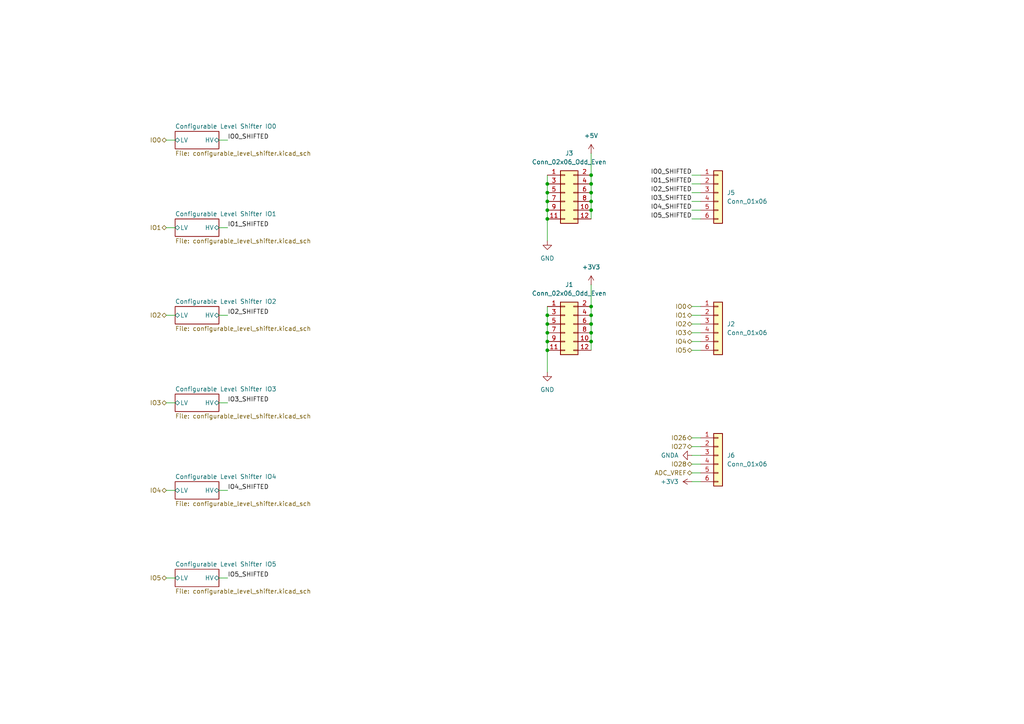
<source format=kicad_sch>
(kicad_sch (version 20231120) (generator "eeschema") (generator_version "8.0")
  (paper "A4")
  (lib_symbols
    (symbol "Connector_Generic:Conn_01x06" (pin_names (offset 1.016) hide)
      (property "Reference" "J" (at 0 7.62 0))
      (property "Value" "Conn_01x06" (at 0 -10.16 0))
      (symbol "Conn_01x06_1_1"
        (rectangle (start -1.27 -7.493) (end 0 -7.747) (stroke (width 0.1524)))
        (rectangle (start -1.27 -4.953) (end 0 -5.207) (stroke (width 0.1524)))
        (rectangle (start -1.27 -2.413) (end 0 -2.667) (stroke (width 0.1524)))
        (rectangle (start -1.27 0.127) (end 0 -0.127) (stroke (width 0.1524)))
        (rectangle (start -1.27 2.667) (end 0 2.413) (stroke (width 0.1524)))
        (rectangle (start -1.27 5.207) (end 0 4.953) (stroke (width 0.1524)))
        (rectangle (start -1.27 6.35) (end 1.27 -8.89) (stroke (width 0.254)) (fill (type background)))
        (pin passive line (at -5.08 5.08 0) (length 3.81) (name "Pin_1") (number "1"))
        (pin passive line (at -5.08 2.54 0) (length 3.81) (name "Pin_2") (number "2"))
        (pin passive line (at -5.08 0 0) (length 3.81) (name "Pin_3") (number "3"))
        (pin passive line (at -5.08 -2.54 0) (length 3.81) (name "Pin_4") (number "4"))
        (pin passive line (at -5.08 -5.08 0) (length 3.81) (name "Pin_5") (number "5"))
        (pin passive line (at -5.08 -7.62 0) (length 3.81) (name "Pin_6") (number "6"))
      )
    )
    (symbol "Connector_Generic:Conn_02x06_Odd_Even" (pin_names (offset 1.016) hide)
      (property "Reference" "J" (at 1.27 7.62 0))
      (property "Value" "Conn_02x06_Odd_Even" (at 1.27 -10.16 0))
      (symbol "Conn_02x06_Odd_Even_1_1"
        (rectangle (start -1.27 -7.493) (end 0 -7.747) (stroke (width 0.1524)))
        (rectangle (start -1.27 -4.953) (end 0 -5.207) (stroke (width 0.1524)))
        (rectangle (start -1.27 -2.413) (end 0 -2.667) (stroke (width 0.1524)))
        (rectangle (start -1.27 0.127) (end 0 -0.127) (stroke (width 0.1524)))
        (rectangle (start -1.27 2.667) (end 0 2.413) (stroke (width 0.1524)))
        (rectangle (start -1.27 5.207) (end 0 4.953) (stroke (width 0.1524)))
        (rectangle (start -1.27 6.35) (end 3.81 -8.89) (stroke (width 0.254)) (fill (type background)))
        (rectangle (start 3.81 -7.493) (end 2.54 -7.747) (stroke (width 0.1524)))
        (rectangle (start 3.81 -4.953) (end 2.54 -5.207) (stroke (width 0.1524)))
        (rectangle (start 3.81 -2.413) (end 2.54 -2.667) (stroke (width 0.1524)))
        (rectangle (start 3.81 0.127) (end 2.54 -0.127) (stroke (width 0.1524)))
        (rectangle (start 3.81 2.667) (end 2.54 2.413) (stroke (width 0.1524)))
        (rectangle (start 3.81 5.207) (end 2.54 4.953) (stroke (width 0.1524)))
        (pin passive line (at -5.08 5.08 0) (length 3.81) (name "Pin_1") (number "1"))
        (pin passive line (at 7.62 -5.08 180) (length 3.81) (name "Pin_10") (number "10"))
        (pin passive line (at -5.08 -7.62 0) (length 3.81) (name "Pin_11") (number "11"))
        (pin passive line (at 7.62 -7.62 180) (length 3.81) (name "Pin_12") (number "12"))
        (pin passive line (at 7.62 5.08 180) (length 3.81) (name "Pin_2") (number "2"))
        (pin passive line (at -5.08 2.54 0) (length 3.81) (name "Pin_3") (number "3"))
        (pin passive line (at 7.62 2.54 180) (length 3.81) (name "Pin_4") (number "4"))
        (pin passive line (at -5.08 0 0) (length 3.81) (name "Pin_5") (number "5"))
        (pin passive line (at 7.62 0 180) (length 3.81) (name "Pin_6") (number "6"))
        (pin passive line (at -5.08 -2.54 0) (length 3.81) (name "Pin_7") (number "7"))
        (pin passive line (at 7.62 -2.54 180) (length 3.81) (name "Pin_8") (number "8"))
        (pin passive line (at -5.08 -5.08 0) (length 3.81) (name "Pin_9") (number "9"))
      )
    )
    (symbol "power:+3V3" (power) (pin_numbers hide) (pin_names (offset 0) hide)
      (property "Value" "+3V3" (at 0 3.556 0))
      (symbol "+3V3_0_1"
        (polyline (pts (xy -0.762 1.27) (xy 0 2.54)))
        (polyline (pts (xy 0 0) (xy 0 2.54)))
        (polyline (pts (xy 0 2.54) (xy 0.762 1.27)))
      )
      (symbol "+3V3_1_1"
        (pin power_in line (at 0 0 90) (length 0) (name "~") (number "1"))
      )
    )
    (symbol "power:+5V" (power) (pin_numbers hide) (pin_names (offset 0) hide)
      (property "Value" "+5V" (at 0 3.556 0))
      (symbol "+5V_0_1"
        (polyline (pts (xy -0.762 1.27) (xy 0 2.54)))
        (polyline (pts (xy 0 0) (xy 0 2.54)))
        (polyline (pts (xy 0 2.54) (xy 0.762 1.27)))
      )
      (symbol "+5V_1_1"
        (pin power_in line (at 0 0 90) (length 0) (name "~") (number "1"))
      )
    )
    (symbol "power:GND" (power) (pin_numbers hide) (pin_names (offset 0) hide)
      (property "Value" "GND" (at 0 -3.81 0))
      (symbol "GND_0_1"
        (polyline (pts (xy 0 0) (xy 0 -1.27) (xy 1.27 -1.27) (xy 0 -2.54) (xy -1.27 -1.27) (xy 0 -1.27)))
      )
      (symbol "GND_1_1"
        (pin power_in line (at 0 0 270) (length 0) (name "~") (number "1"))
      )
    )
    (symbol "power:GNDA" (power) (pin_numbers hide) (pin_names (offset 0) hide)
      (property "Value" "GNDA" (at 0 -3.81 0))
      (symbol "GNDA_0_1"
        (polyline (pts (xy 0 0) (xy 0 -1.27) (xy 1.27 -1.27) (xy 0 -2.54) (xy -1.27 -1.27) (xy 0 -1.27)))
      )
      (symbol "GNDA_1_1"
        (pin power_in line (at 0 0 270) (length 0) (name "~") (number "1"))
      )
    )
  )
  (junction (at 158.75 93.98))
  (junction (at 171.45 53.34))
  (junction (at 158.75 53.34))
  (junction (at 158.75 58.42))
  (junction (at 171.45 55.88))
  (junction (at 171.45 58.42))
  (junction (at 158.75 55.88))
  (junction (at 158.75 60.96))
  (junction (at 158.75 63.5))
  (junction (at 171.45 88.9))
  (junction (at 171.45 96.52))
  (junction (at 158.75 101.6))
  (junction (at 171.45 50.8))
  (junction (at 158.75 99.06))
  (junction (at 171.45 99.06))
  (junction (at 171.45 60.96))
  (junction (at 171.45 91.44))
  (junction (at 158.75 96.52))
  (junction (at 158.75 91.44))
  (junction (at 171.45 93.98))
  (wire (pts (xy 171.45 82.55) (xy 171.45 88.9)))
  (wire (pts (xy 63.5 142.24) (xy 66.04 142.24)))
  (wire (pts (xy 200.66 53.34) (xy 203.2 53.34)))
  (wire (pts (xy 171.45 50.8) (xy 171.45 53.34)))
  (wire (pts (xy 200.66 55.88) (xy 203.2 55.88)))
  (wire (pts (xy 171.45 44.45) (xy 171.45 50.8)))
  (wire (pts (xy 48.26 167.64) (xy 50.8 167.64)))
  (wire (pts (xy 158.75 91.44) (xy 158.75 93.98)))
  (wire (pts (xy 48.26 91.44) (xy 50.8 91.44)))
  (wire (pts (xy 200.66 101.6) (xy 203.2 101.6)))
  (wire (pts (xy 158.75 99.06) (xy 158.75 101.6)))
  (wire (pts (xy 200.66 139.7) (xy 203.2 139.7)))
  (wire (pts (xy 158.75 50.8) (xy 158.75 53.34)))
  (wire (pts (xy 200.66 99.06) (xy 203.2 99.06)))
  (wire (pts (xy 200.66 129.54) (xy 203.2 129.54)))
  (wire (pts (xy 200.66 127) (xy 203.2 127)))
  (wire (pts (xy 200.66 50.8) (xy 203.2 50.8)))
  (wire (pts (xy 48.26 142.24) (xy 50.8 142.24)))
  (wire (pts (xy 200.66 96.52) (xy 203.2 96.52)))
  (wire (pts (xy 158.75 53.34) (xy 158.75 55.88)))
  (wire (pts (xy 200.66 134.62) (xy 203.2 134.62)))
  (wire (pts (xy 171.45 93.98) (xy 171.45 96.52)))
  (wire (pts (xy 200.66 60.96) (xy 203.2 60.96)))
  (wire (pts (xy 200.66 132.08) (xy 203.2 132.08)))
  (wire (pts (xy 63.5 66.04) (xy 66.04 66.04)))
  (wire (pts (xy 171.45 91.44) (xy 171.45 93.98)))
  (wire (pts (xy 158.75 96.52) (xy 158.75 99.06)))
  (wire (pts (xy 158.75 88.9) (xy 158.75 91.44)))
  (wire (pts (xy 158.75 101.6) (xy 158.75 107.95)))
  (wire (pts (xy 158.75 55.88) (xy 158.75 58.42)))
  (wire (pts (xy 200.66 63.5) (xy 203.2 63.5)))
  (wire (pts (xy 63.5 167.64) (xy 66.04 167.64)))
  (wire (pts (xy 48.26 40.64) (xy 50.8 40.64)))
  (wire (pts (xy 200.66 93.98) (xy 203.2 93.98)))
  (wire (pts (xy 158.75 58.42) (xy 158.75 60.96)))
  (wire (pts (xy 48.26 66.04) (xy 50.8 66.04)))
  (wire (pts (xy 200.66 88.9) (xy 203.2 88.9)))
  (wire (pts (xy 158.75 60.96) (xy 158.75 63.5)))
  (wire (pts (xy 171.45 55.88) (xy 171.45 58.42)))
  (wire (pts (xy 158.75 63.5) (xy 158.75 69.85)))
  (wire (pts (xy 200.66 58.42) (xy 203.2 58.42)))
  (wire (pts (xy 63.5 91.44) (xy 66.04 91.44)))
  (wire (pts (xy 171.45 53.34) (xy 171.45 55.88)))
  (wire (pts (xy 200.66 137.16) (xy 203.2 137.16)))
  (wire (pts (xy 171.45 58.42) (xy 171.45 60.96)))
  (wire (pts (xy 63.5 40.64) (xy 66.04 40.64)))
  (wire (pts (xy 171.45 99.06) (xy 171.45 101.6)))
  (wire (pts (xy 171.45 88.9) (xy 171.45 91.44)))
  (wire (pts (xy 171.45 96.52) (xy 171.45 99.06)))
  (wire (pts (xy 48.26 116.84) (xy 50.8 116.84)))
  (wire (pts (xy 200.66 91.44) (xy 203.2 91.44)))
  (wire (pts (xy 63.5 116.84) (xy 66.04 116.84)))
  (wire (pts (xy 158.75 93.98) (xy 158.75 96.52)))
  (wire (pts (xy 171.45 60.96) (xy 171.45 63.5)))
  (label "IO0_SHIFTED" (at 200.66 50.8 180))
  (label "IO2_SHIFTED" (at 66.04 91.44 0))
  (label "IO1_SHIFTED" (at 200.66 53.34 180))
  (label "IO4_SHIFTED" (at 66.04 142.24 0))
  (label "IO0_SHIFTED" (at 66.04 40.64 0))
  (label "IO4_SHIFTED" (at 200.66 60.96 180))
  (label "IO3_SHIFTED" (at 200.66 58.42 180))
  (label "IO2_SHIFTED" (at 200.66 55.88 180))
  (label "IO3_SHIFTED" (at 66.04 116.84 0))
  (label "IO5_SHIFTED" (at 66.04 167.64 0))
  (label "IO1_SHIFTED" (at 66.04 66.04 0))
  (label "IO5_SHIFTED" (at 200.66 63.5 180))
  (hierarchical_label "IO1" (shape bidirectional) (at 200.66 91.44 180))
  (hierarchical_label "IO0" (shape bidirectional) (at 200.66 88.9 180))
  (hierarchical_label "IO3" (shape bidirectional) (at 200.66 96.52 180))
  (hierarchical_label "IO0" (shape bidirectional) (at 48.26 40.64 180))
  (hierarchical_label "IO4" (shape bidirectional) (at 200.66 99.06 180))
  (hierarchical_label "IO2" (shape bidirectional) (at 200.66 93.98 180))
  (hierarchical_label "IO27" (shape bidirectional) (at 200.66 129.54 180))
  (hierarchical_label "ADC_VREF" (shape bidirectional) (at 200.66 137.16 180))
  (hierarchical_label "IO5" (shape bidirectional) (at 48.26 167.64 180))
  (hierarchical_label "IO1" (shape bidirectional) (at 48.26 66.04 180))
  (hierarchical_label "IO3" (shape bidirectional) (at 48.26 116.84 180))
  (hierarchical_label "IO5" (shape bidirectional) (at 200.66 101.6 180))
  (hierarchical_label "IO28" (shape bidirectional) (at 200.66 134.62 180))
  (hierarchical_label "IO2" (shape bidirectional) (at 48.26 91.44 180))
  (hierarchical_label "IO26" (shape bidirectional) (at 200.66 127 180))
  (hierarchical_label "IO4" (shape bidirectional) (at 48.26 142.24 180))
  (symbol (lib_id "Connector_Generic:Conn_01x06") (at 208.28 132.08 0) (unit 1)
    (property "Reference" "J6" (at 210.82 132.0799 0) (effects (justify left)))
    (property "Value" "Conn_01x06" (at 210.82 134.6199 0) (effects (justify left)))
    (property "Footprint" "Connector_PinHeader_2.54mm:PinHeader_1x06_P2.54mm_Vertical" (effects (hide yes)))
    (property "Description" "Generic connector, single row, 01x06, script generated (kicad-library-utils/schlib/autogen/connector/)" (effects (hide yes)))
  )
  (symbol (lib_id "power:GNDA") (at 200.66 132.08 270) (unit 1)
    (property "Reference" "#PWR015" (effects (hide yes)))
    (property "Value" "GNDA" (at 196.85 132.0799 90) (effects (justify right)))
    (property "Description" "Power symbol creates a global label with name \"GNDA\" , analog ground" (effects (hide yes)))
  )
  (symbol (lib_id "power:+3V3") (at 171.45 82.55 0) (unit 1)
    (property "Reference" "#PWR09" (effects (hide yes)))
    (property "Value" "+3V3" (at 171.45 77.47 0))
    (property "Description" "Power symbol creates a global label with name \"+3V3\"" (effects (hide yes)))
  )
  (symbol (lib_id "power:+5V") (at 171.45 44.45 0) (unit 1)
    (property "Reference" "#PWR05" (effects (hide yes)))
    (property "Value" "+5V" (at 171.45 39.37 0))
    (property "Description" "Power symbol creates a global label with name \"+5V\"" (effects (hide yes)))
  )
  (symbol (lib_id "Connector_Generic:Conn_02x06_Odd_Even") (at 163.83 55.88 0) (unit 1)
    (property "Reference" "J3" (at 165.1 44.45 0))
    (property "Value" "Conn_02x06_Odd_Even" (at 165.1 46.99 0))
    (property "Footprint" "Connector_PinHeader_2.54mm:PinHeader_2x06_P2.54mm_Vertical" (effects (hide yes)))
    (property "Description" "Generic connector, double row, 02x06, odd/even pin numbering scheme (row 1 odd numbers, row 2 even numbers), script generated (kicad-library-utils/schlib/autogen/connector/)" (effects (hide yes)))
  )
  (symbol (lib_id "power:+3V3") (at 200.66 139.7 90) (unit 1)
    (property "Reference" "#PWR08" (effects (hide yes)))
    (property "Value" "+3V3" (at 196.85 139.6999 90) (effects (justify left)))
    (property "Description" "Power symbol creates a global label with name \"+3V3\"" (effects (hide yes)))
  )
  (symbol (lib_id "Connector_Generic:Conn_01x06") (at 208.28 55.88 0) (unit 1)
    (property "Reference" "J5" (at 210.82 55.8799 0) (effects (justify left)))
    (property "Value" "Conn_01x06" (at 210.82 58.4199 0) (effects (justify left)))
    (property "Footprint" "Connector_PinHeader_2.54mm:PinHeader_1x06_P2.54mm_Vertical" (effects (hide yes)))
    (property "Description" "Generic connector, single row, 01x06, script generated (kicad-library-utils/schlib/autogen/connector/)" (effects (hide yes)))
  )
  (symbol (lib_id "power:GND") (at 158.75 69.85 0) (unit 1)
    (property "Reference" "#PWR013" (effects (hide yes)))
    (property "Value" "GND" (at 158.75 74.93 0))
    (property "Description" "Power symbol creates a global label with name \"GND\" , ground" (effects (hide yes)))
  )
  (symbol (lib_id "Connector_Generic:Conn_02x06_Odd_Even") (at 163.83 93.98 0) (unit 1)
    (property "Reference" "J1" (at 165.1 82.55 0))
    (property "Value" "Conn_02x06_Odd_Even" (at 165.1 85.09 0))
    (property "Footprint" "Connector_PinHeader_2.54mm:PinHeader_2x06_P2.54mm_Vertical" (effects (hide yes)))
    (property "Description" "Generic connector, double row, 02x06, odd/even pin numbering scheme (row 1 odd numbers, row 2 even numbers), script generated (kicad-library-utils/schlib/autogen/connector/)" (effects (hide yes)))
  )
  (symbol (lib_id "power:GND") (at 158.75 107.95 0) (unit 1)
    (property "Reference" "#PWR01" (effects (hide yes)))
    (property "Value" "GND" (at 158.75 113.03 0))
    (property "Description" "Power symbol creates a global label with name \"GND\" , ground" (effects (hide yes)))
  )
  (symbol (lib_id "Connector_Generic:Conn_01x06") (at 208.28 93.98 0) (unit 1)
    (property "Reference" "J2" (at 210.82 93.9799 0) (effects (justify left)))
    (property "Value" "Conn_01x06" (at 210.82 96.5199 0) (effects (justify left)))
    (property "Footprint" "Connector_PinHeader_2.54mm:PinHeader_1x06_P2.54mm_Vertical" (effects (hide yes)))
    (property "Description" "Generic connector, single row, 01x06, script generated (kicad-library-utils/schlib/autogen/connector/)" (effects (hide yes)))
  )
  (sheet (at 50.8 139.7) (size 12.7 5.08) (stroke (width 0.1524))
    (property "Sheetname" "Configurable Level Shifter IO4" (at 50.8 138.9884 0) (effects (justify left bottom)))
    (property "Sheetfile" "configurable_level_shifter.kicad_sch" (at 50.8 145.3646 0) (effects (justify left top)))
    (pin "LV" bidirectional (at 50.8 142.24 180))
    (pin "HV" bidirectional (at 63.5 142.24 0))
  )
  (sheet (at 50.8 165.1) (size 12.7 5.08) (stroke (width 0.1524))
    (property "Sheetname" "Configurable Level Shifter IO5" (at 50.8 164.3884 0) (effects (justify left bottom)))
    (property "Sheetfile" "configurable_level_shifter.kicad_sch" (at 50.8 170.7646 0) (effects (justify left top)))
    (pin "LV" bidirectional (at 50.8 167.64 180))
    (pin "HV" bidirectional (at 63.5 167.64 0))
  )
  (sheet (at 50.8 114.3) (size 12.7 5.08) (stroke (width 0.1524))
    (property "Sheetname" "Configurable Level Shifter IO3" (at 50.8 113.5884 0) (effects (justify left bottom)))
    (property "Sheetfile" "configurable_level_shifter.kicad_sch" (at 50.8 119.9646 0) (effects (justify left top)))
    (pin "LV" bidirectional (at 50.8 116.84 180))
    (pin "HV" bidirectional (at 63.5 116.84 0))
  )
  (sheet (at 50.8 63.5) (size 12.7 5.08) (stroke (width 0.1524))
    (property "Sheetname" "Configurable Level Shifter IO1" (at 50.8 62.7884 0) (effects (justify left bottom)))
    (property "Sheetfile" "configurable_level_shifter.kicad_sch" (at 50.8 69.1646 0) (effects (justify left top)))
    (pin "LV" bidirectional (at 50.8 66.04 180))
    (pin "HV" bidirectional (at 63.5 66.04 0))
  )
  (sheet (at 50.8 38.1) (size 12.7 5.08) (stroke (width 0.1524))
    (property "Sheetname" "Configurable Level Shifter IO0" (at 50.8 37.3884 0) (effects (justify left bottom)))
    (property "Sheetfile" "configurable_level_shifter.kicad_sch" (at 50.8 43.7646 0) (effects (justify left top)))
    (pin "LV" bidirectional (at 50.8 40.64 180))
    (pin "HV" bidirectional (at 63.5 40.64 0))
  )
  (sheet (at 50.8 88.9) (size 12.7 5.08) (stroke (width 0.1524))
    (property "Sheetname" "Configurable Level Shifter IO2" (at 50.8 88.1884 0) (effects (justify left bottom)))
    (property "Sheetfile" "configurable_level_shifter.kicad_sch" (at 50.8 94.5646 0) (effects (justify left top)))
    (pin "LV" bidirectional (at 50.8 91.44 180))
    (pin "HV" bidirectional (at 63.5 91.44 0))
  )
)
</source>
